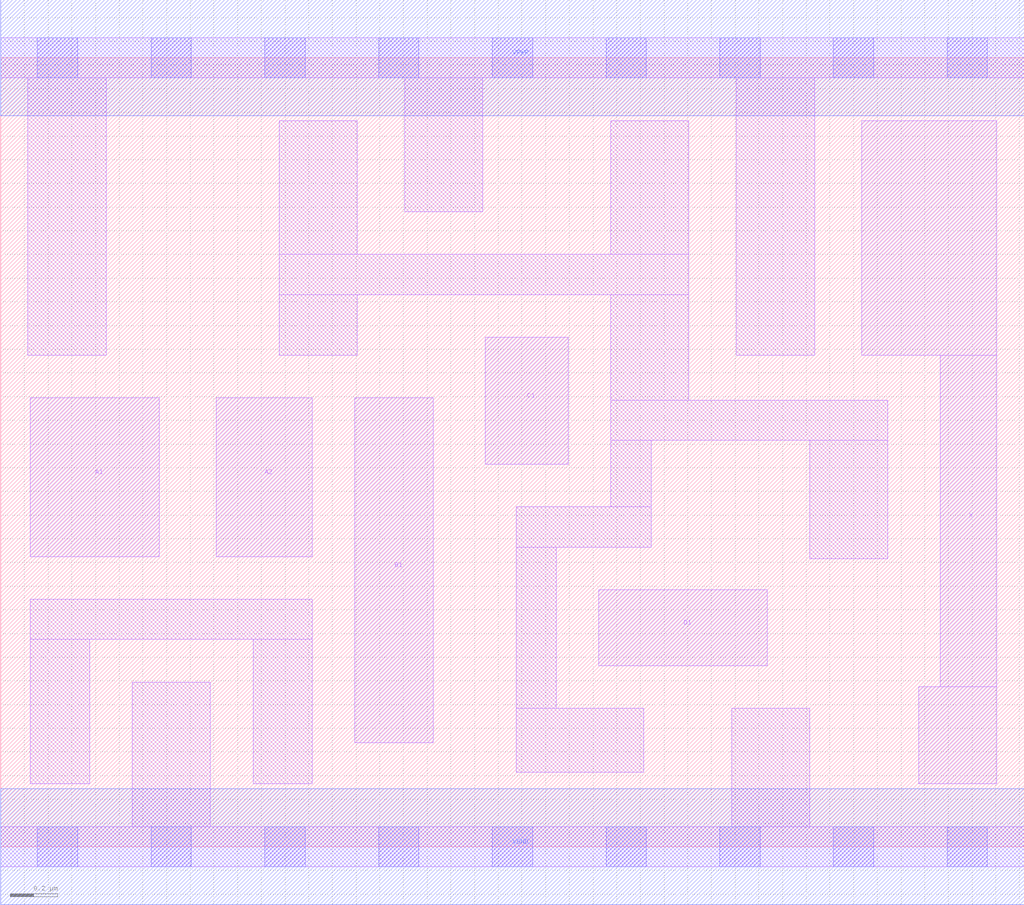
<source format=lef>
# Copyright 2020 The SkyWater PDK Authors
#
# Licensed under the Apache License, Version 2.0 (the "License");
# you may not use this file except in compliance with the License.
# You may obtain a copy of the License at
#
#     https://www.apache.org/licenses/LICENSE-2.0
#
# Unless required by applicable law or agreed to in writing, software
# distributed under the License is distributed on an "AS IS" BASIS,
# WITHOUT WARRANTIES OR CONDITIONS OF ANY KIND, either express or implied.
# See the License for the specific language governing permissions and
# limitations under the License.
#
# SPDX-License-Identifier: Apache-2.0

VERSION 5.7 ;
  NOWIREEXTENSIONATPIN ON ;
  DIVIDERCHAR "/" ;
  BUSBITCHARS "[]" ;
UNITS
  DATABASE MICRONS 200 ;
END UNITS
MACRO sky130_fd_sc_lp__o2111a_lp
  CLASS CORE ;
  FOREIGN sky130_fd_sc_lp__o2111a_lp ;
  ORIGIN  0.000000  0.000000 ;
  SIZE  4.320000 BY  3.330000 ;
  SYMMETRY X Y R90 ;
  SITE unit ;
  PIN A1
    ANTENNAGATEAREA  0.313000 ;
    DIRECTION INPUT ;
    USE SIGNAL ;
    PORT
      LAYER li1 ;
        RECT 0.125000 1.225000 0.670000 1.895000 ;
    END
  END A1
  PIN A2
    ANTENNAGATEAREA  0.313000 ;
    DIRECTION INPUT ;
    USE SIGNAL ;
    PORT
      LAYER li1 ;
        RECT 0.910000 1.225000 1.315000 1.895000 ;
    END
  END A2
  PIN B1
    ANTENNAGATEAREA  0.313000 ;
    DIRECTION INPUT ;
    USE SIGNAL ;
    PORT
      LAYER li1 ;
        RECT 1.495000 0.440000 1.825000 1.895000 ;
    END
  END B1
  PIN C1
    ANTENNAGATEAREA  0.313000 ;
    DIRECTION INPUT ;
    USE SIGNAL ;
    PORT
      LAYER li1 ;
        RECT 2.045000 1.615000 2.395000 2.150000 ;
    END
  END C1
  PIN D1
    ANTENNAGATEAREA  0.313000 ;
    DIRECTION INPUT ;
    USE SIGNAL ;
    PORT
      LAYER li1 ;
        RECT 2.525000 0.765000 3.235000 1.085000 ;
    END
  END D1
  PIN X
    ANTENNADIFFAREA  0.404700 ;
    DIRECTION OUTPUT ;
    USE SIGNAL ;
    PORT
      LAYER li1 ;
        RECT 3.635000 2.075000 4.205000 3.065000 ;
        RECT 3.875000 0.265000 4.205000 0.675000 ;
        RECT 3.965000 0.675000 4.205000 2.075000 ;
    END
  END X
  PIN VGND
    DIRECTION INOUT ;
    USE GROUND ;
    PORT
      LAYER met1 ;
        RECT 0.000000 -0.245000 4.320000 0.245000 ;
    END
  END VGND
  PIN VPWR
    DIRECTION INOUT ;
    USE POWER ;
    PORT
      LAYER met1 ;
        RECT 0.000000 3.085000 4.320000 3.575000 ;
    END
  END VPWR
  OBS
    LAYER li1 ;
      RECT 0.000000 -0.085000 4.320000 0.085000 ;
      RECT 0.000000  3.245000 4.320000 3.415000 ;
      RECT 0.115000  2.075000 0.445000 3.245000 ;
      RECT 0.125000  0.265000 0.375000 0.875000 ;
      RECT 0.125000  0.875000 1.315000 1.045000 ;
      RECT 0.555000  0.085000 0.885000 0.695000 ;
      RECT 1.065000  0.265000 1.315000 0.875000 ;
      RECT 1.175000  2.075000 1.505000 2.330000 ;
      RECT 1.175000  2.330000 2.905000 2.500000 ;
      RECT 1.175000  2.500000 1.505000 3.065000 ;
      RECT 1.705000  2.680000 2.035000 3.245000 ;
      RECT 2.175000  0.315000 2.715000 0.585000 ;
      RECT 2.175000  0.585000 2.345000 1.265000 ;
      RECT 2.175000  1.265000 2.745000 1.435000 ;
      RECT 2.575000  1.435000 2.745000 1.715000 ;
      RECT 2.575000  1.715000 3.745000 1.885000 ;
      RECT 2.575000  1.885000 2.905000 2.330000 ;
      RECT 2.575000  2.500000 2.905000 3.065000 ;
      RECT 3.085000  0.085000 3.415000 0.585000 ;
      RECT 3.105000  2.075000 3.435000 3.245000 ;
      RECT 3.415000  1.215000 3.745000 1.715000 ;
    LAYER mcon ;
      RECT 0.155000 -0.085000 0.325000 0.085000 ;
      RECT 0.155000  3.245000 0.325000 3.415000 ;
      RECT 0.635000 -0.085000 0.805000 0.085000 ;
      RECT 0.635000  3.245000 0.805000 3.415000 ;
      RECT 1.115000 -0.085000 1.285000 0.085000 ;
      RECT 1.115000  3.245000 1.285000 3.415000 ;
      RECT 1.595000 -0.085000 1.765000 0.085000 ;
      RECT 1.595000  3.245000 1.765000 3.415000 ;
      RECT 2.075000 -0.085000 2.245000 0.085000 ;
      RECT 2.075000  3.245000 2.245000 3.415000 ;
      RECT 2.555000 -0.085000 2.725000 0.085000 ;
      RECT 2.555000  3.245000 2.725000 3.415000 ;
      RECT 3.035000 -0.085000 3.205000 0.085000 ;
      RECT 3.035000  3.245000 3.205000 3.415000 ;
      RECT 3.515000 -0.085000 3.685000 0.085000 ;
      RECT 3.515000  3.245000 3.685000 3.415000 ;
      RECT 3.995000 -0.085000 4.165000 0.085000 ;
      RECT 3.995000  3.245000 4.165000 3.415000 ;
  END
END sky130_fd_sc_lp__o2111a_lp
END LIBRARY

</source>
